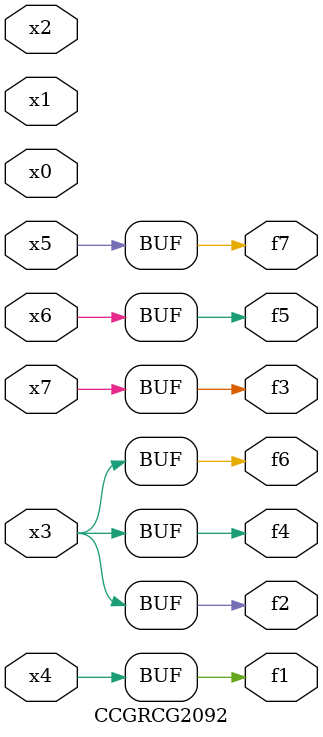
<source format=v>
module CCGRCG2092(
	input x0, x1, x2, x3, x4, x5, x6, x7,
	output f1, f2, f3, f4, f5, f6, f7
);
	assign f1 = x4;
	assign f2 = x3;
	assign f3 = x7;
	assign f4 = x3;
	assign f5 = x6;
	assign f6 = x3;
	assign f7 = x5;
endmodule

</source>
